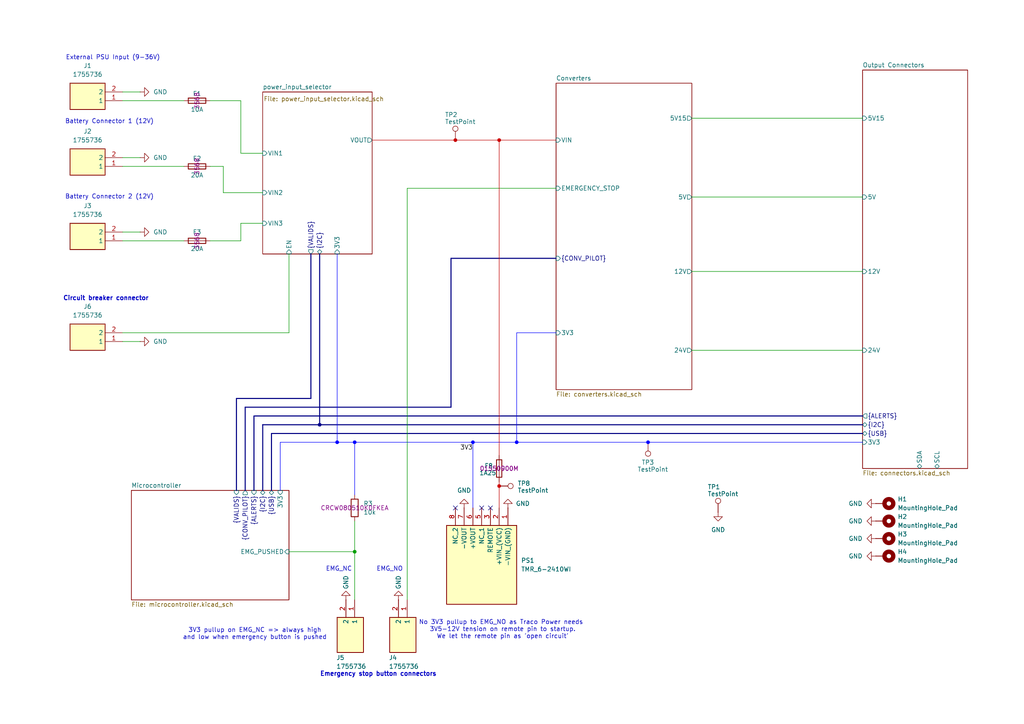
<source format=kicad_sch>
(kicad_sch (version 20250114) (generator "eeschema") (generator_version "9.0")
  (paper "A4")
  (title_block (title "2025 Power supply PCB") (date "2025-02-10") (rev "3") (company "Modelec") (comment 1 "only 5V, 12V and 24V. Has status leds and communicate status messages via UART.") (comment 2 "all operations. 4 outputs tensions : 5V, 5V15, 12V and 24V. Emergency button will disable ") (comment 3 "Only one input is used at a time. Permits input hotplug/unplug. Circuit breaker disables") (comment 4 "Features : Power supply card that permit 3 different inputs (1 ext. PSU and 2 LiPo3S). "))
  (lib_symbols
    (symbol "Connector:TestPoint" (pin_numbers (hide yes)) (pin_names (offset 0.762) (hide yes))
      (property "Reference" "TP" (at 0 6.858 0))
      (property "Value" "TestPoint" (at 0 5.08 0))
      (symbol "TestPoint_0_1"
        (circle (center 0 3.302) (radius 0.762))
      )
      (symbol "TestPoint_1_1"
        (pin passive line (at 0 0 90) (length 2.54) (name "1") (number "1"))
      )
    )
    (symbol "Device:Fuse" (pin_numbers (hide yes)) (pin_names (offset 0))
      (property "Reference" "F" (at 2.032 0 90))
      (property "Value" "Fuse" (at -1.905 0 90))
      (symbol "Fuse_0_1"
        (rectangle (start -0.762 -2.54) (end 0.762 2.54) (stroke (width 0.254)))
        (polyline (pts (xy 0 2.54) (xy 0 -2.54)))
      )
      (symbol "Fuse_1_1"
        (pin passive line (at 0 3.81 270) (length 1.27) (name "~") (number "1"))
        (pin passive line (at 0 -3.81 90) (length 1.27) (name "~") (number "2"))
      )
    )
    (symbol "Device:R" (pin_numbers (hide yes)) (pin_names (offset 0))
      (property "Reference" "R" (at 2.032 0 90))
      (property "Value" "R" (at 0 0 90))
      (symbol "R_0_1"
        (rectangle (start -1.016 -2.54) (end 1.016 2.54) (stroke (width 0.254)))
      )
      (symbol "R_1_1"
        (pin passive line (at 0 3.81 270) (length 1.27) (name "~") (number "1"))
        (pin passive line (at 0 -3.81 90) (length 1.27) (name "~") (number "2"))
      )
    )
    (symbol "Fuse_1" (pin_numbers (hide yes)) (pin_names (offset 0))
      (property "Reference" "F3" (at 2.54 0 90))
      (property "Value" "20A" (at -2.286 0 90))
      (symbol "Fuse_1_0_1"
        (rectangle (start -0.762 2.54) (end 0.762 -2.54) (stroke (width 0.254)))
        (polyline (pts (xy 0 2.54) (xy 0 -2.54)))
      )
      (symbol "Fuse_1_1_1"
        (pin passive line (at 0 3.81 270) (length 1.27) (name "~") (number "2"))
        (pin passive line (at 0 -3.81 90) (length 1.27) (name "~") (number "1"))
      )
    )
    (symbol "Mechanical:MountingHole_Pad" (pin_numbers (hide yes)) (pin_names (offset 1.016) (hide yes)) (exclude_from_sim yes) (in_bom no)
      (property "Reference" "H" (at 0 6.35 0))
      (property "Value" "MountingHole_Pad" (at 0 4.445 0))
      (symbol "MountingHole_Pad_0_1"
        (circle (center 0 1.27) (radius 1.27) (stroke (width 1.27)))
      )
      (symbol "MountingHole_Pad_1_1"
        (pin input line (at 0 -2.54 90) (length 2.54) (name "1") (number "1"))
      )
    )
    (symbol "Modelec:1755736"
      (property "Reference" "J" (at 16.51 7.62 0))
      (property "Value" "1755736" (at 16.51 5.08 0))
      (symbol "1755736_1_1"
        (rectangle (start 5.08 2.54) (end 15.24 -5.08) (stroke (width 0.254)) (fill (type background)))
        (pin passive line (at 0 0 0) (length 5.08) (name "1") (number "1"))
        (pin passive line (at 0 -2.54 0) (length 5.08) (name "2") (number "2"))
      )
    )
    (symbol "Modelec:TMR_6-0510"
      (property "Reference" "PS" (at 29.21 7.62 0))
      (property "Value" "TMR_6-0510" (at 29.21 5.08 0))
      (symbol "TMR_6-0510_1_1"
        (rectangle (start 5.08 2.54) (end 27.94 -17.78) (stroke (width 0.254)) (fill (type background)))
        (pin passive line (at 0 0 0) (length 5.08) (name "-VIN_(GND)") (number "1"))
        (pin passive line (at 0 -2.54 0) (length 5.08) (name "+VIN_(VCC)") (number "2"))
        (pin passive line (at 0 -5.08 0) (length 5.08) (name "REMOTE") (number "3"))
        (pin passive line (at 0 -7.62 0) (length 5.08) (name "NC_1") (number "5"))
        (pin passive line (at 0 -10.16 0) (length 5.08) (name "+VOUT") (number "6"))
        (pin passive line (at 0 -12.7 0) (length 5.08) (name "-VOUT") (number "7"))
        (pin passive line (at 0 -15.24 0) (length 5.08) (name "NC_2") (number "8"))
      )
    )
    (symbol "power:GND" (power) (pin_numbers (hide yes)) (pin_names (offset 0) (hide yes))
      (property "Value" "GND" (at 0 -3.81 0))
      (symbol "GND_0_1"
        (polyline (pts (xy 0 0) (xy 0 -1.27) (xy 1.27 -1.27) (xy 0 -2.54) (xy -1.27 -1.27) (xy 0 -1.27)))
      )
      (symbol "GND_1_1"
        (pin power_in line (at 0 0 270) (length 0) (name "~") (number "1"))
      )
    )
  )
  (bus_alias "ALERTS" (members "5VALERT" "5V15ALERT" "12VALERT" "24VALERT"))
  (bus_alias "CONV_PILOT" (members "5V_PILOT" "12V_PILOT" "24V_PILOT"))
  (bus_alias "I2C" (members "SDA" "SCL"))
  (bus_alias "USB" (members "CC1" "CC2" "EN" "IANA" "FLGN"))
  (bus_alias "VALIDS" (members "VALID1" "VALID2" "VALID3"))
  (text "Circuit breaker connector" (at 30.734 86.614 0) (effects (font (size 1.27 1.27) (thickness 0.254) (bold yes))))
  (text "3V3 pullup on EMG_NC => always high\nand low when emergency button is pushed" (at 73.914 183.896 0) (effects (font (size 1.27 1.27))))
  (text "Battery Connector 2 (12V)" (at 31.75 57.15 0) (effects (font (size 1.27 1.27))))
  (text "Emergency stop button connectors" (at 109.728 195.58 0) (effects (font (size 1.27 1.27) (thickness 0.254) (bold yes))))
  (text "Battery Connector 1 (12V)" (at 31.75 35.306 0) (effects (font (size 1.27 1.27))))
  (text "External PSU Input (9-36V)" (at 32.766 16.764 0) (effects (font (size 1.27 1.27))))
  (text "No 3V3 pullup to EMG_NO as Traco Power needs \n3V5-12V tension on remote pin to startup.\nWe let the remote pin as 'open circuit'" (at 145.796 182.626 0) (effects (font (size 1.27 1.27))))
  (text "EMG_NO" (at 113.03 165.1 0) (effects (font (size 1.27 1.27))))
  (text "EMG_NC" (at 98.298 165.1 0) (effects (font (size 1.27 1.27))))
  (junction (at 137.16 128.27) (color 0 0 255 1))
  (junction (at 187.96 128.27) (color 0 0 255 1))
  (junction (at 102.87 128.27) (color 0 0 255 1))
  (junction (at 97.79 128.27) (color 0 0 255 1))
  (junction (at 144.78 40.64) (color 194 0 0 1))
  (junction (at 92.71 123.19) (color 0 0 132 1))
  (junction (at 102.87 160.02))
  (junction (at 132.08 40.64) (color 194 0 0 1))
  (junction (at 149.86 128.27) (color 0 0 255 1))
  (junction (at 144.78 140.97) (color 194 0 0 1))
  (no_connect (at 132.08 147.32))
  (no_connect (at 142.24 147.32))
  (no_connect (at 139.7 147.32))
  (wire (pts (xy 35.56 69.85) (xy 53.34 69.85)))
  (wire (pts (xy 40.64 99.06) (xy 35.56 99.06)))
  (wire (pts (xy 69.85 44.45) (xy 76.2 44.45)))
  (wire (pts (xy 187.96 128.27) (xy 250.19 128.27)) (stroke (width 0) (color 0 0 255 1)))
  (bus (pts (xy 71.12 118.11) (xy 71.12 142.24)))
  (wire (pts (xy 60.96 48.26) (xy 64.77 48.26)))
  (wire (pts (xy 132.08 40.64) (xy 144.78 40.64)) (stroke (width 0) (color 194 0 0 1)))
  (wire (pts (xy 69.85 29.21) (xy 69.85 44.45)))
  (bus (pts (xy 161.29 74.93) (xy 130.81 74.93)))
  (wire (pts (xy 149.86 128.27) (xy 187.96 128.27)) (stroke (width 0) (color 0 0 255 1)))
  (wire (pts (xy 144.78 140.97) (xy 144.78 147.32)) (stroke (width 0) (color 194 0 0 1)))
  (wire (pts (xy 83.82 96.52) (xy 35.56 96.52)))
  (wire (pts (xy 35.56 67.31) (xy 40.64 67.31)))
  (bus (pts (xy 92.71 73.66) (xy 92.71 123.19)))
  (wire (pts (xy 102.87 160.02) (xy 102.87 173.99)))
  (wire (pts (xy 137.16 128.27) (xy 149.86 128.27)) (stroke (width 0) (color 0 0 255 1)))
  (bus (pts (xy 90.17 73.66) (xy 90.17 115.57)))
  (wire (pts (xy 60.96 29.21) (xy 69.85 29.21)))
  (wire (pts (xy 64.77 55.88) (xy 76.2 55.88)))
  (bus (pts (xy 68.58 115.57) (xy 90.17 115.57)))
  (wire (pts (xy 60.96 69.85) (xy 69.85 69.85)))
  (wire (pts (xy 149.86 96.52) (xy 161.29 96.52)) (stroke (width 0) (color 0 0 255 1)))
  (bus (pts (xy 68.58 142.24) (xy 68.58 115.57)))
  (bus (pts (xy 92.71 123.19) (xy 250.19 123.19)))
  (wire (pts (xy 144.78 40.64) (xy 144.78 132.08)) (stroke (width 0) (color 194 0 0 1)))
  (wire (pts (xy 83.82 73.66) (xy 83.82 96.52)))
  (wire (pts (xy 200.66 57.15) (xy 250.19 57.15)))
  (wire (pts (xy 102.87 128.27) (xy 137.16 128.27)) (stroke (width 0) (color 0 0 255 1)))
  (bus (pts (xy 130.81 74.93) (xy 130.81 118.11)))
  (wire (pts (xy 200.66 34.29) (xy 250.19 34.29)))
  (wire (pts (xy 35.56 26.67) (xy 40.64 26.67)))
  (wire (pts (xy 118.11 54.61) (xy 161.29 54.61)))
  (wire (pts (xy 69.85 64.77) (xy 69.85 69.85)))
  (wire (pts (xy 64.77 48.26) (xy 64.77 55.88)))
  (bus (pts (xy 250.19 125.73) (xy 78.74 125.73)))
  (wire (pts (xy 97.79 128.27) (xy 102.87 128.27)) (stroke (width 0) (color 0 0 255 1)))
  (bus (pts (xy 76.2 123.19) (xy 92.71 123.19)))
  (wire (pts (xy 102.87 151.13) (xy 102.87 160.02)))
  (wire (pts (xy 137.16 128.27) (xy 137.16 147.32)) (stroke (width 0) (color 0 0 255 1)))
  (wire (pts (xy 200.66 101.6) (xy 250.19 101.6)))
  (wire (pts (xy 35.56 45.72) (xy 40.64 45.72)))
  (bus (pts (xy 130.81 118.11) (xy 71.12 118.11)))
  (wire (pts (xy 81.28 128.27) (xy 81.28 142.24)) (stroke (width 0) (color 0 0 255 1)))
  (wire (pts (xy 35.56 29.21) (xy 53.34 29.21)))
  (bus (pts (xy 78.74 125.73) (xy 78.74 142.24)))
  (wire (pts (xy 144.78 139.7) (xy 144.78 140.97)) (stroke (width 0) (color 194 0 0 1)))
  (wire (pts (xy 200.66 78.74) (xy 250.19 78.74)))
  (bus (pts (xy 73.66 120.65) (xy 250.19 120.65)))
  (wire (pts (xy 107.95 40.64) (xy 132.08 40.64)) (stroke (width 0) (color 194 0 0 1)))
  (wire (pts (xy 118.11 54.61) (xy 118.11 173.99)))
  (wire (pts (xy 144.78 40.64) (xy 161.29 40.64)) (stroke (width 0) (color 194 0 0 1)))
  (wire (pts (xy 83.82 160.02) (xy 102.87 160.02)))
  (bus (pts (xy 76.2 142.24) (xy 76.2 123.19)))
  (wire (pts (xy 35.56 48.26) (xy 53.34 48.26)))
  (wire (pts (xy 149.86 128.27) (xy 149.86 96.52)) (stroke (width 0) (color 0 0 255 1)))
  (bus (pts (xy 73.66 120.65) (xy 73.66 142.24)))
  (wire (pts (xy 102.87 128.27) (xy 102.87 143.51)) (stroke (width 0) (color 0 0 255 1)))
  (wire (pts (xy 76.2 64.77) (xy 69.85 64.77)))
  (wire (pts (xy 97.79 73.66) (xy 97.79 128.27)) (stroke (width 0) (color 0 0 255 1)))
  (wire (pts (xy 81.28 128.27) (xy 97.79 128.27)) (stroke (width 0) (color 0 0 255 1)))
  (label "3V3" (at 137.16 130.81 180))
  (symbol (lib_id "Modelec:1755736") (at 102.87 173.99 270) (unit 1)
    (property "Reference" "J5" (at 97.536 190.754 90) (effects (justify left)))
    (property "Value" "1755736" (at 97.536 193.294 90) (effects (justify left)))
    (property "Footprint" "Modelec:PhoenixContact_MSTBVA_2,5_2-G-5,08_1x02_P5.08mm_Vertical" (effects (hide yes)))
    (property "Datasheet" "http://www.phoenixcontact.com/de/produkte/1755736/pdf" (effects (hide yes)))
    (property "Description" "PCB header, nominal cross section: 2.5 mm?, color: green, nominal current: 12 A, rated voltage (III/2): 320 V, contact surface: Tin, type of contact: Male connector, Number of potentials: 2, Number of rows: 1, Number of positions per row: 2, number of connections: 2, product range: MSTBVA 2,5/..-G, pitch: 5.08 mm, mounting: Wave soldering, pin layout: Linear pinning, solder pin [P]: 3.9 mm, Stecksystem: CLASSIC COMBICON, Locking: without, type of packaging: packed in cardboard" (effects (hide yes)))
    (property "Height" "12.15" (effects (hide yes)))
    (property "Manufacturer_Name" "Phoenix Contact" (effects (hide yes)))
    (property "Manufacturer_Part_Number" "1755736" (effects (hide yes)))
    (property "Mouser Part Number" "651-1755736" (effects (hide yes)))
    (property "Mouser Price/Stock" "https://www.mouser.co.uk/ProductDetail/Phoenix-Contact/1755736?qs=wd%252Bw3mUqFrlo9zPE3AUt1w%3D%3D" (effects (hide yes)))
    (property "Arrow Part Number" "1755736" (effects (hide yes)))
    (property "Arrow Price/Stock" "https://www.arrow.com/en/products/1755736/phoenix-contact?region=nac" (effects (hide yes)))
  )
  (symbol (lib_id "power:GND") (at 134.62 147.32 180) (unit 1)
    (property "Reference" "#PWR010" (effects (hide yes)))
    (property "Value" "GND" (at 134.62 142.24 0))
    (property "Description" "Power symbol creates a global label with name \"GND\" , ground" (effects (hide yes)))
  )
  (symbol (lib_id "Connector:TestPoint") (at 208.28 148.59 0) (unit 1)
    (property "Reference" "TP1" (at 205.232 141.224 0) (effects (justify left)))
    (property "Value" "TestPoint" (at 205.232 143.256 0) (effects (justify left)))
    (property "Footprint" "TestPoint:TestPoint_Pad_D1.5mm" (effects (hide yes)))
    (property "Description" "test point" (effects (hide yes)))
  )
  (symbol (lib_id "Device:Fuse") (at 57.15 48.26 90) (unit 1)
    (property "Reference" "F2" (at 57.15 45.974 90))
    (property "Value" "20A" (at 57.15 50.8 90))
    (property "Footprint" "Fuse:Fuseholder_Blade_Mini_Keystone_3568" (effects (hide yes)))
    (property "Datasheet" "https://www.keyelco.com/userAssets/file/M65p42.pdf" (effects (hide yes)))
    (property "Description" "Fuse holder" (effects (hide yes)))
    (property "Manufacturer_Part_Number" "3568" (at 57.15 48.26 0))
  )
  (symbol (lib_id "power:GND") (at 40.64 67.31 90) (unit 1)
    (property "Reference" "#PWR032" (effects (hide yes)))
    (property "Value" "GND" (at 44.45 67.3099 90) (effects (justify right)))
    (property "Description" "Power symbol creates a global label with name \"GND\" , ground" (effects (hide yes)))
  )
  (symbol (lib_name "Fuse_1") (lib_id "Device:Fuse") (at 57.15 69.85 90) (unit 1)
    (property "Reference" "F3" (at 57.15 67.31 90))
    (property "Value" "20A" (at 57.15 72.136 90))
    (property "Footprint" "Fuse:Fuseholder_Blade_Mini_Keystone_3568" (effects (hide yes)))
    (property "Datasheet" "https://www.keyelco.com/userAssets/file/M65p42.pdf" (effects (hide yes)))
    (property "Description" "Fuse holder" (effects (hide yes)))
    (property "Manufacturer_Part_Number" "3568" (at 57.15 69.85 0))
  )
  (symbol (lib_id "Modelec:1755736") (at 35.56 29.21 180) (unit 1)
    (property "Reference" "J1" (at 25.4 19.05 0))
    (property "Value" "1755736" (at 25.4 21.59 0))
    (property "Footprint" "Modelec:PhoenixContact_MSTBVA_2,5_2-G-5,08_1x02_P5.08mm_Vertical" (effects (hide yes)))
    (property "Datasheet" "http://www.phoenixcontact.com/de/produkte/1755736/pdf" (effects (hide yes)))
    (property "Description" "PCB header, nominal cross section: 2.5 mm?, color: green, nominal current: 12 A, rated voltage (III/2): 320 V, contact surface: Tin, type of contact: Male connector, Number of potentials: 2, Number of rows: 1, Number of positions per row: 2, number of connections: 2, product range: MSTBVA 2,5/..-G, pitch: 5.08 mm, mounting: Wave soldering, pin layout: Linear pinning, solder pin [P]: 3.9 mm, Stecksystem: CLASSIC COMBICON, Locking: without, type of packaging: packed in cardboard" (effects (hide yes)))
    (property "Height" "12.15" (effects (hide yes)))
    (property "Manufacturer_Name" "Phoenix Contact" (effects (hide yes)))
    (property "Manufacturer_Part_Number" "1755736" (effects (hide yes)))
    (property "Mouser Part Number" "651-1755736" (effects (hide yes)))
    (property "Mouser Price/Stock" "https://www.mouser.co.uk/ProductDetail/Phoenix-Contact/1755736?qs=wd%252Bw3mUqFrlo9zPE3AUt1w%3D%3D" (effects (hide yes)))
    (property "Arrow Part Number" "1755736" (effects (hide yes)))
    (property "Arrow Price/Stock" "https://www.arrow.com/en/products/1755736/phoenix-contact?region=nac" (effects (hide yes)))
  )
  (symbol (lib_id "Connector:TestPoint") (at 132.08 40.64 0) (unit 1)
    (property "Reference" "TP2" (at 129.032 33.274 0) (effects (justify left)))
    (property "Value" "TestPoint" (at 129.032 35.306 0) (effects (justify left)))
    (property "Footprint" "TestPoint:TestPoint_Pad_D1.5mm" (effects (hide yes)))
    (property "Description" "test point" (effects (hide yes)))
  )
  (symbol (lib_id "power:GND") (at 40.64 26.67 90) (unit 1)
    (property "Reference" "#PWR014" (effects (hide yes)))
    (property "Value" "GND" (at 44.45 26.6699 90) (effects (justify right)))
    (property "Description" "Power symbol creates a global label with name \"GND\" , ground" (effects (hide yes)))
  )
  (symbol (lib_id "power:GND") (at 40.64 99.06 90) (unit 1)
    (property "Reference" "#PWR07" (effects (hide yes)))
    (property "Value" "GND" (at 44.45 99.0599 90) (effects (justify right)))
    (property "Description" "Power symbol creates a global label with name \"GND\" , ground" (effects (hide yes)))
  )
  (symbol (lib_id "Mechanical:MountingHole_Pad") (at 256.54 151.13 270) (unit 1) (exclude_from_sim yes) (in_bom no)
    (property "Reference" "H2" (at 260.35 149.8599 90) (effects (justify left)))
    (property "Value" "MountingHole_Pad" (at 260.35 152.3999 90) (effects (justify left)))
    (property "Footprint" "MountingHole:MountingHole_3.2mm_M3_ISO14580_Pad_TopBottom" (effects (hide yes)))
    (property "Description" "Mounting Hole with connection" (effects (hide yes)))
  )
  (symbol (lib_id "Modelec:1755736") (at 35.56 48.26 180) (unit 1)
    (property "Reference" "J2" (at 25.4 38.1 0))
    (property "Value" "1755736" (at 25.4 40.64 0))
    (property "Footprint" "Modelec:PhoenixContact_MSTBVA_2,5_2-G-5,08_1x02_P5.08mm_Vertical" (effects (hide yes)))
    (property "Datasheet" "http://www.phoenixcontact.com/de/produkte/1755736/pdf" (effects (hide yes)))
    (property "Description" "PCB header, nominal cross section: 2.5 mm?, color: green, nominal current: 12 A, rated voltage (III/2): 320 V, contact surface: Tin, type of contact: Male connector, Number of potentials: 2, Number of rows: 1, Number of positions per row: 2, number of connections: 2, product range: MSTBVA 2,5/..-G, pitch: 5.08 mm, mounting: Wave soldering, pin layout: Linear pinning, solder pin [P]: 3.9 mm, Stecksystem: CLASSIC COMBICON, Locking: without, type of packaging: packed in cardboard" (effects (hide yes)))
    (property "Height" "12.15" (effects (hide yes)))
    (property "Manufacturer_Name" "Phoenix Contact" (effects (hide yes)))
    (property "Manufacturer_Part_Number" "1755736" (effects (hide yes)))
    (property "Mouser Part Number" "651-1755736" (effects (hide yes)))
    (property "Mouser Price/Stock" "https://www.mouser.co.uk/ProductDetail/Phoenix-Contact/1755736?qs=wd%252Bw3mUqFrlo9zPE3AUt1w%3D%3D" (effects (hide yes)))
    (property "Arrow Part Number" "1755736" (effects (hide yes)))
    (property "Arrow Price/Stock" "https://www.arrow.com/en/products/1755736/phoenix-contact?region=nac" (effects (hide yes)))
  )
  (symbol (lib_id "Connector:TestPoint") (at 144.78 140.97 270) (unit 1)
    (property "Reference" "TP8" (at 150.114 140.208 90) (effects (justify left)))
    (property "Value" "TestPoint" (at 150.114 142.24 90) (effects (justify left)))
    (property "Footprint" "TestPoint:TestPoint_Pad_D1.5mm" (effects (hide yes)))
    (property "Description" "test point" (effects (hide yes)))
  )
  (symbol (lib_id "Mechanical:MountingHole_Pad") (at 256.54 161.29 270) (unit 1) (exclude_from_sim yes) (in_bom no)
    (property "Reference" "H4" (at 260.35 160.0199 90) (effects (justify left)))
    (property "Value" "MountingHole_Pad" (at 260.35 162.5599 90) (effects (justify left)))
    (property "Footprint" "MountingHole:MountingHole_3.2mm_M3_ISO14580_Pad_TopBottom" (effects (hide yes)))
    (property "Description" "Mounting Hole with connection" (effects (hide yes)))
  )
  (symbol (lib_id "Mechanical:MountingHole_Pad") (at 256.54 156.21 270) (unit 1) (exclude_from_sim yes) (in_bom no)
    (property "Reference" "H3" (at 260.35 154.9399 90) (effects (justify left)))
    (property "Value" "MountingHole_Pad" (at 260.35 157.4799 90) (effects (justify left)))
    (property "Footprint" "MountingHole:MountingHole_3.2mm_M3_ISO14580_Pad_TopBottom" (effects (hide yes)))
    (property "Description" "Mounting Hole with connection" (effects (hide yes)))
  )
  (symbol (lib_id "Device:R") (at 102.87 147.32 180) (unit 1)
    (property "Reference" "R3" (at 105.41 146.0499 0) (effects (justify right)))
    (property "Value" "10k" (at 105.41 148.5899 0) (effects (justify right)))
    (property "Footprint" "Resistor_SMD:R_0805_2012Metric_Pad1.20x1.40mm_HandSolder" (effects (hide yes)))
    (property "Datasheet" "https://www.vishay.com/docs/28773/crcwce3.pdf" (effects (hide yes)))
    (property "Description" "Resistor" (effects (hide yes)))
    (property "Manufacturer_Part_Number" "CRCW080510K0FKEA" (at 102.87 147.32 0))
  )
  (symbol (lib_id "power:GND") (at 254 161.29 270) (unit 1)
    (property "Reference" "#PWR037" (effects (hide yes)))
    (property "Value" "GND" (at 250.19 161.2899 90) (effects (justify right)))
    (property "Description" "Power symbol creates a global label with name \"GND\" , ground" (effects (hide yes)))
  )
  (symbol (lib_id "Modelec:TMR_6-0510") (at 147.32 147.32 270) (unit 1)
    (property "Reference" "PS1" (at 151.13 162.5599 90) (effects (justify left)))
    (property "Value" "TMR_6-2410WI" (at 151.13 165.0999 90) (effects (justify left)))
    (property "Footprint" "TMR60510" (effects (hide yes)))
    (property "Datasheet" "https://tracopower.com/tmr6-datasheet/" (effects (hide yes)))
    (property "Description" "6 Watt DC/DC converter, industrial, 2:1 input, regulated, 1600 VDC I/O-isolation, encapsulated, SIP-8" (effects (hide yes)))
    (property "Height" "11.7" (effects (hide yes)))
    (property "Manufacturer_Name" "Traco Power" (effects (hide yes)))
    (property "Manufacturer_Part_Number" "TMR_6-2410WI" (effects (hide yes)))
    (property "Mouser Part Number" "495-TMR6-0510" (effects (hide yes)))
    (property "Mouser Price/Stock" "https://www.mouser.co.uk/ProductDetail/TRACO-Power/TMR-6-0510?qs=ckJk83FOD0XuR%2F1qAlLlKg%3D%3D" (effects (hide yes)))
  )
  (symbol (lib_id "power:GND") (at 40.64 45.72 90) (unit 1)
    (property "Reference" "#PWR013" (effects (hide yes)))
    (property "Value" "GND" (at 44.45 45.7199 90) (effects (justify right)))
    (property "Description" "Power symbol creates a global label with name \"GND\" , ground" (effects (hide yes)))
  )
  (symbol (lib_id "power:GND") (at 254 146.05 270) (unit 1)
    (property "Reference" "#PWR040" (effects (hide yes)))
    (property "Value" "GND" (at 250.19 146.0499 90) (effects (justify right)))
    (property "Description" "Power symbol creates a global label with name \"GND\" , ground" (effects (hide yes)))
  )
  (symbol (lib_id "Device:Fuse") (at 57.15 29.21 90) (unit 1)
    (property "Reference" "F1" (at 57.15 27.178 90))
    (property "Value" "10A" (at 57.15 31.75 90))
    (property "Footprint" "Fuse:Fuseholder_Blade_Mini_Keystone_3568" (effects (hide yes)))
    (property "Datasheet" "https://www.keyelco.com/userAssets/file/M65p42.pdf" (effects (hide yes)))
    (property "Description" "Fuse holder" (effects (hide yes)))
    (property "Manufacturer_Part_Number" "3568" (at 57.15 29.21 0))
  )
  (symbol (lib_id "Connector:TestPoint") (at 187.96 128.27 180) (unit 1)
    (property "Reference" "TP3" (at 189.738 134.112 0) (effects (justify left)))
    (property "Value" "TestPoint" (at 193.802 136.144 0) (effects (justify left)))
    (property "Footprint" "TestPoint:TestPoint_Pad_D1.5mm" (effects (hide yes)))
    (property "Description" "test point" (effects (hide yes)))
  )
  (symbol (lib_id "Modelec:1755736") (at 35.56 99.06 180) (unit 1)
    (property "Reference" "J6" (at 25.4 88.9 0))
    (property "Value" "1755736" (at 25.4 91.44 0))
    (property "Footprint" "Modelec:PhoenixContact_MSTBVA_2,5_2-G-5,08_1x02_P5.08mm_Vertical" (effects (hide yes)))
    (property "Datasheet" "http://www.phoenixcontact.com/de/produkte/1755736/pdf" (effects (hide yes)))
    (property "Description" "PCB header, nominal cross section: 2.5 mm?, color: green, nominal current: 12 A, rated voltage (III/2): 320 V, contact surface: Tin, type of contact: Male connector, Number of potentials: 2, Number of rows: 1, Number of positions per row: 2, number of connections: 2, product range: MSTBVA 2,5/..-G, pitch: 5.08 mm, mounting: Wave soldering, pin layout: Linear pinning, solder pin [P]: 3.9 mm, Stecksystem: CLASSIC COMBICON, Locking: without, type of packaging: packed in cardboard" (effects (hide yes)))
    (property "Height" "12.15" (effects (hide yes)))
    (property "Manufacturer_Name" "Phoenix Contact" (effects (hide yes)))
    (property "Manufacturer_Part_Number" "1755736" (effects (hide yes)))
    (property "Mouser Part Number" "651-1755736" (effects (hide yes)))
    (property "Mouser Price/Stock" "https://www.mouser.co.uk/ProductDetail/Phoenix-Contact/1755736?qs=wd%252Bw3mUqFrlo9zPE3AUt1w%3D%3D" (effects (hide yes)))
    (property "Arrow Part Number" "1755736" (effects (hide yes)))
    (property "Arrow Price/Stock" "https://www.arrow.com/en/products/1755736/phoenix-contact?region=nac" (effects (hide yes)))
  )
  (symbol (lib_id "power:GND") (at 254 151.13 270) (unit 1)
    (property "Reference" "#PWR039" (effects (hide yes)))
    (property "Value" "GND" (at 250.19 151.1299 90) (effects (justify right)))
    (property "Description" "Power symbol creates a global label with name \"GND\" , ground" (effects (hide yes)))
  )
  (symbol (lib_id "Modelec:1755736") (at 118.11 173.99 270) (unit 1)
    (property "Reference" "J4" (at 112.776 190.754 90) (effects (justify left)))
    (property "Value" "1755736" (at 112.776 193.294 90) (effects (justify left)))
    (property "Footprint" "Modelec:PhoenixContact_MSTBVA_2,5_2-G-5,08_1x02_P5.08mm_Vertical" (effects (hide yes)))
    (property "Datasheet" "http://www.phoenixcontact.com/de/produkte/1755736/pdf" (effects (hide yes)))
    (property "Description" "PCB header, nominal cross section: 2.5 mm?, color: green, nominal current: 12 A, rated voltage (III/2): 320 V, contact surface: Tin, type of contact: Male connector, Number of potentials: 2, Number of rows: 1, Number of positions per row: 2, number of connections: 2, product range: MSTBVA 2,5/..-G, pitch: 5.08 mm, mounting: Wave soldering, pin layout: Linear pinning, solder pin [P]: 3.9 mm, Stecksystem: CLASSIC COMBICON, Locking: without, type of packaging: packed in cardboard" (effects (hide yes)))
    (property "Height" "12.15" (effects (hide yes)))
    (property "Manufacturer_Name" "Phoenix Contact" (effects (hide yes)))
    (property "Manufacturer_Part_Number" "1755736" (effects (hide yes)))
    (property "Mouser Part Number" "651-1755736" (effects (hide yes)))
    (property "Mouser Price/Stock" "https://www.mouser.co.uk/ProductDetail/Phoenix-Contact/1755736?qs=wd%252Bw3mUqFrlo9zPE3AUt1w%3D%3D" (effects (hide yes)))
    (property "Arrow Part Number" "1755736" (effects (hide yes)))
    (property "Arrow Price/Stock" "https://www.arrow.com/en/products/1755736/phoenix-contact?region=nac" (effects (hide yes)))
  )
  (symbol (lib_id "Modelec:1755736") (at 35.56 69.85 180) (unit 1)
    (property "Reference" "J3" (at 25.4 59.69 0))
    (property "Value" "1755736" (at 25.4 62.23 0))
    (property "Footprint" "Modelec:PhoenixContact_MSTBVA_2,5_2-G-5,08_1x02_P5.08mm_Vertical" (effects (hide yes)))
    (property "Datasheet" "http://www.phoenixcontact.com/de/produkte/1755736/pdf" (effects (hide yes)))
    (property "Description" "PCB header, nominal cross section: 2.5 mm?, color: green, nominal current: 12 A, rated voltage (III/2): 320 V, contact surface: Tin, type of contact: Male connector, Number of potentials: 2, Number of rows: 1, Number of positions per row: 2, number of connections: 2, product range: MSTBVA 2,5/..-G, pitch: 5.08 mm, mounting: Wave soldering, pin layout: Linear pinning, solder pin [P]: 3.9 mm, Stecksystem: CLASSIC COMBICON, Locking: without, type of packaging: packed in cardboard" (effects (hide yes)))
    (property "Height" "12.15" (effects (hide yes)))
    (property "Manufacturer_Name" "Phoenix Contact" (effects (hide yes)))
    (property "Manufacturer_Part_Number" "1755736" (effects (hide yes)))
    (property "Mouser Part Number" "651-1755736" (effects (hide yes)))
    (property "Mouser Price/Stock" "https://www.mouser.co.uk/ProductDetail/Phoenix-Contact/1755736?qs=wd%252Bw3mUqFrlo9zPE3AUt1w%3D%3D" (effects (hide yes)))
    (property "Arrow Part Number" "1755736" (effects (hide yes)))
    (property "Arrow Price/Stock" "https://www.arrow.com/en/products/1755736/phoenix-contact?region=nac" (effects (hide yes)))
  )
  (symbol (lib_id "Device:Fuse") (at 144.78 135.89 0) (unit 1)
    (property "Reference" "F8" (at 141.732 135.128 0))
    (property "Value" "1A25" (at 141.478 137.16 0))
    (property "Footprint" "Modelec:01550900M" (effects (hide yes)))
    (property "Datasheet" "https://www.littelfuse.com/assetdocs/littelfuse-fuse-154-series-data-sheet?assetguid=a8a8a462-7295-481b-a91b-d770dabf005b" (effects (hide yes)))
    (property "Description" "Fuse holder" (effects (hide yes)))
    (property "Manufacturer_Part_Number" "01550900M" (at 144.78 135.89 0))
  )
  (symbol (lib_id "power:GND") (at 254 156.21 270) (unit 1)
    (property "Reference" "#PWR038" (effects (hide yes)))
    (property "Value" "GND" (at 250.19 156.2099 90) (effects (justify right)))
    (property "Description" "Power symbol creates a global label with name \"GND\" , ground" (effects (hide yes)))
  )
  (symbol (lib_id "power:GND") (at 100.33 173.99 180) (unit 1)
    (property "Reference" "#PWR030" (effects (hide yes)))
    (property "Value" "GND" (at 100.33 168.91 90))
    (property "Description" "Power symbol creates a global label with name \"GND\" , ground" (effects (hide yes)))
  )
  (symbol (lib_id "power:GND") (at 115.57 173.99 180) (unit 1)
    (property "Reference" "#PWR027" (effects (hide yes)))
    (property "Value" "GND" (at 115.57 168.91 90))
    (property "Description" "Power symbol creates a global label with name \"GND\" , ground" (effects (hide yes)))
  )
  (symbol (lib_id "power:GND") (at 208.28 148.59 0) (unit 1)
    (property "Reference" "#PWR061" (effects (hide yes)))
    (property "Value" "GND" (at 208.28 153.67 0))
    (property "Description" "Power symbol creates a global label with name \"GND\" , ground" (effects (hide yes)))
  )
  (symbol (lib_id "Mechanical:MountingHole_Pad") (at 256.54 146.05 270) (unit 1) (exclude_from_sim yes) (in_bom no)
    (property "Reference" "H1" (at 260.35 144.7799 90) (effects (justify left)))
    (property "Value" "MountingHole_Pad" (at 260.35 147.3199 90) (effects (justify left)))
    (property "Footprint" "MountingHole:MountingHole_3.2mm_M3_ISO14580_Pad_TopBottom" (effects (hide yes)))
    (property "Description" "Mounting Hole with connection" (effects (hide yes)))
  )
  (symbol (lib_id "power:GND") (at 147.32 147.32 180) (unit 1)
    (property "Reference" "#PWR09" (effects (hide yes)))
    (property "Value" "GND" (at 151.638 146.05 0))
    (property "Description" "Power symbol creates a global label with name \"GND\" , ground" (effects (hide yes)))
  )
  (sheet (at 250.19 20.32) (size 30.48 115.57) (stroke (width 0.1524))
    (property "Sheetname" "Output Connectors" (at 250.19 19.6084 0) (effects (justify left bottom)))
    (property "Sheetfile" "connectors.kicad_sch" (at 250.19 136.4746 0) (effects (justify left top)))
    (pin "5V15" input (at 250.19 34.29 180))
    (pin "5V" input (at 250.19 57.15 180))
    (pin "12V" input (at 250.19 78.74 180))
    (pin "24V" input (at 250.19 101.6 180))
    (pin "3V3" input (at 250.19 128.27 180))
    (pin "{ALERTS}" output (at 250.19 120.65 180))
    (pin "SDA" bidirectional (at 266.7 135.89 270))
    (pin "SCL" bidirectional (at 271.78 135.89 270))
    (pin "{USB}" bidirectional (at 250.19 125.73 180))
    (pin "{I2C}" bidirectional (at 250.19 123.19 180))
  )
  (sheet (at 38.1 142.24) (size 45.72 31.75) (stroke (width 0.1524))
    (property "Sheetname" "Microcontroller" (at 38.1 141.5284 0) (effects (justify left bottom)))
    (property "Sheetfile" "microcontroller.kicad_sch" (at 38.1 174.5746 0) (effects (justify left top)))
    (pin "3V3" input (at 81.28 142.24 90))
    (pin "EMG_PUSHED" input (at 83.82 160.02 0))
    (pin "{ALERTS}" input (at 73.66 142.24 90))
    (pin "{VALIDS}" input (at 68.58 142.24 90))
    (pin "{I2C}" bidirectional (at 76.2 142.24 90))
    (pin "{USB}" bidirectional (at 78.74 142.24 90))
    (pin "{CONV_PILOT}" output (at 71.12 142.24 90))
  )
  (sheet (at 161.29 24.13) (size 39.37 88.9) (stroke (width 0.1524))
    (property "Sheetname" "Converters" (at 161.29 23.4184 0) (effects (justify left bottom)))
    (property "Sheetfile" "converters.kicad_sch" (at 161.29 113.6146 0) (effects (justify left top)))
    (pin "3V3" input (at 161.29 96.52 180))
    (pin "VIN" input (at 161.29 40.64 180))
    (pin "EMERGENCY_STOP" input (at 161.29 54.61 180))
    (pin "24V" output (at 200.66 101.6 0))
    (pin "12V" output (at 200.66 78.74 0))
    (pin "5V15" output (at 200.66 34.29 0))
    (pin "5V" output (at 200.66 57.15 0))
    (pin "{CONV_PILOT}" input (at 161.29 74.93 180))
  )
  (sheet (at 76.2 26.67) (size 31.75 46.99) (stroke (width 0.1524))
    (property "Sheetname" "power_input_selector" (at 76.2 25.9584 0) (effects (justify left bottom)))
    (property "Sheetfile" "power_input_selector.kicad_sch" (at 76.454 27.94 0) (effects (justify left top)))
    (pin "VOUT" output (at 107.95 40.64 0))
    (pin "VIN3" input (at 76.2 64.77 180))
    (pin "VIN2" input (at 76.2 55.88 180))
    (pin "VIN1" input (at 76.2 44.45 180))
    (pin "EN" input (at 83.82 73.66 270))
    (pin "3V3" input (at 97.79 73.66 270))
    (pin "{VALIDS}" output (at 90.17 73.66 270))
    (pin "{I2C}" bidirectional (at 92.71 73.66 270))
  )
)
</source>
